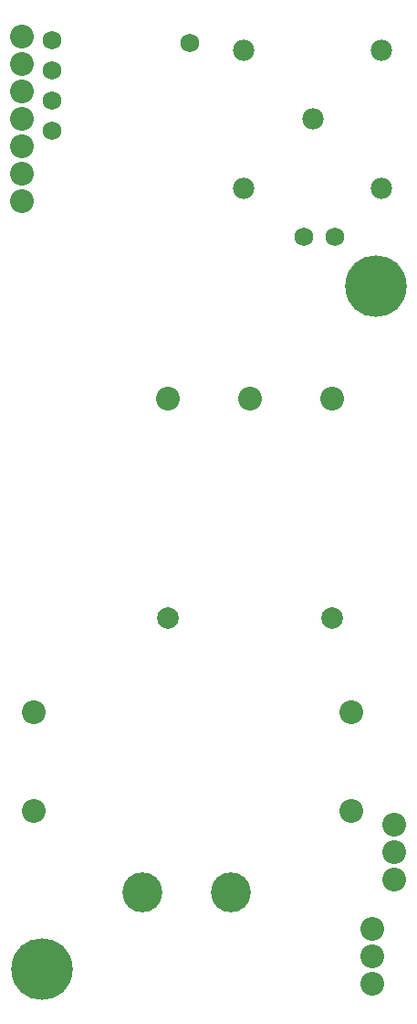
<source format=gbs>
G04*
G04 #@! TF.GenerationSoftware,Altium Limited,Altium Designer,20.0.14 (345)*
G04*
G04 Layer_Color=16711935*
%FSLAX25Y25*%
%MOIN*%
G70*
G01*
G75*
%ADD50C,0.08674*%
%ADD51C,0.14580*%
%ADD52C,0.07887*%
%ADD53C,0.06902*%
%ADD54C,0.22453*%
%ADD55C,0.07800*%
D50*
X105000Y450000D02*
D03*
Y430000D02*
D03*
Y440000D02*
D03*
Y420000D02*
D03*
Y410000D02*
D03*
Y400000D02*
D03*
Y460000D02*
D03*
X233000Y114500D02*
D03*
Y124500D02*
D03*
Y134500D02*
D03*
X109500Y177500D02*
D03*
X225500D02*
D03*
Y213500D02*
D03*
X109500D02*
D03*
X158500Y328000D02*
D03*
X218500D02*
D03*
X188500D02*
D03*
X241000Y172500D02*
D03*
Y162500D02*
D03*
Y152500D02*
D03*
D51*
X148980Y148000D02*
D03*
X181500D02*
D03*
D52*
X218500Y248000D02*
D03*
X158500D02*
D03*
D53*
X166500Y457500D02*
D03*
X116000Y436500D02*
D03*
Y447500D02*
D03*
Y458500D02*
D03*
Y425500D02*
D03*
X219500Y387000D02*
D03*
X208000D02*
D03*
D54*
X112500Y120000D02*
D03*
X234500Y369000D02*
D03*
D55*
X186100Y455000D02*
D03*
X236500D02*
D03*
Y404600D02*
D03*
X186100D02*
D03*
X211300Y429800D02*
D03*
M02*

</source>
